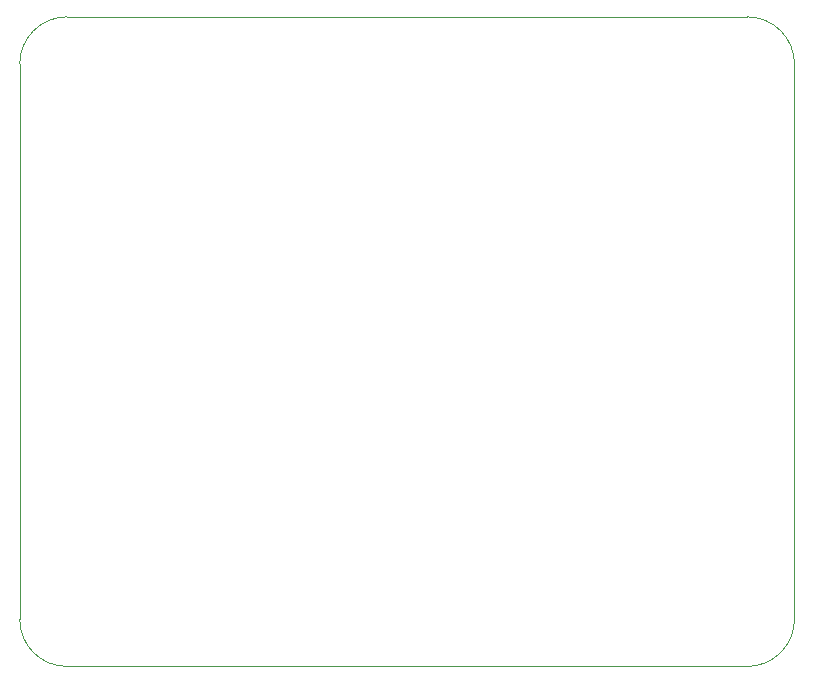
<source format=gm1>
%TF.GenerationSoftware,KiCad,Pcbnew,9.0.6*%
%TF.CreationDate,2025-11-10T09:58:37-05:00*%
%TF.ProjectId,CameraPCB,43616d65-7261-4504-9342-2e6b69636164,rev?*%
%TF.SameCoordinates,Original*%
%TF.FileFunction,Profile,NP*%
%FSLAX46Y46*%
G04 Gerber Fmt 4.6, Leading zero omitted, Abs format (unit mm)*
G04 Created by KiCad (PCBNEW 9.0.6) date 2025-11-10 09:58:37*
%MOMM*%
%LPD*%
G01*
G04 APERTURE LIST*
%TA.AperFunction,Profile*%
%ADD10C,0.050000*%
%TD*%
G04 APERTURE END LIST*
D10*
X115000000Y-68000000D02*
X115000000Y-115000000D01*
X176600000Y-64000000D02*
G75*
G02*
X180600000Y-68000000I0J-4000000D01*
G01*
X119000000Y-119000000D02*
X176600000Y-119000000D01*
X119000000Y-119000000D02*
G75*
G02*
X115000000Y-115000000I0J4000000D01*
G01*
X176600000Y-64000000D02*
X119000000Y-64000000D01*
X180600000Y-115000000D02*
X180600000Y-68000000D01*
X180600000Y-115000000D02*
G75*
G02*
X176600000Y-119000000I-4000000J0D01*
G01*
X115000000Y-68000000D02*
G75*
G02*
X119000000Y-64000000I4000000J0D01*
G01*
M02*

</source>
